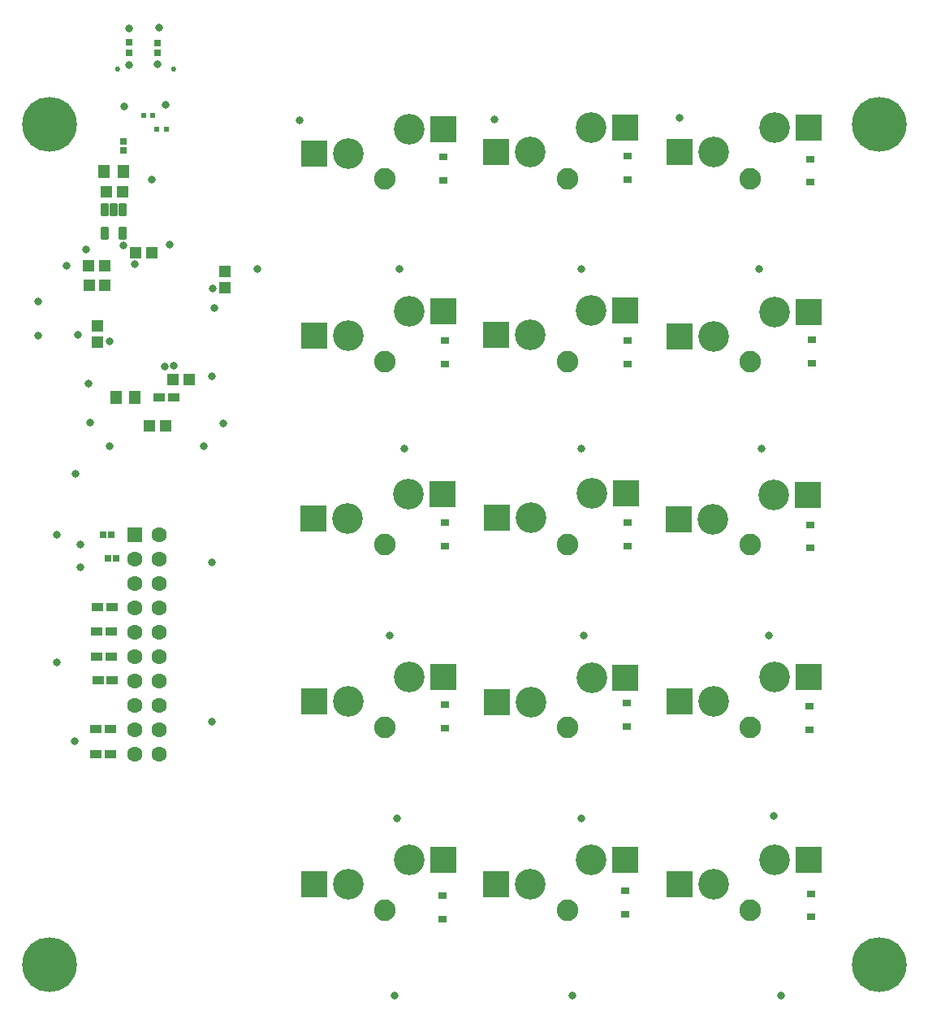
<source format=gbs>
G04*
G04 #@! TF.GenerationSoftware,Altium Limited,Altium Designer,25.8.1 (18)*
G04*
G04 Layer_Color=16711935*
%FSLAX44Y44*%
%MOMM*%
G71*
G04*
G04 #@! TF.SameCoordinates,A7F0D30D-4BDE-4CBF-861C-FF898D1F1918*
G04*
G04*
G04 #@! TF.FilePolarity,Negative*
G04*
G01*
G75*
%ADD32R,1.3032X1.2032*%
%ADD34R,1.2032X0.9532*%
%ADD36C,0.5282*%
%ADD37C,1.6080*%
%ADD38C,5.7032*%
%ADD39R,1.6080X1.6080*%
%ADD40C,2.2482*%
%ADD41C,3.2032*%
%ADD42C,0.8032*%
%ADD43C,0.6032*%
%ADD64R,0.7632X0.8032*%
%ADD65R,1.1532X1.2332*%
G04:AMPARAMS|DCode=66|XSize=0.8732mm|YSize=1.3732mm|CornerRadius=0.1418mm|HoleSize=0mm|Usage=FLASHONLY|Rotation=0.000|XOffset=0mm|YOffset=0mm|HoleType=Round|Shape=RoundedRectangle|*
%AMROUNDEDRECTD66*
21,1,0.8732,1.0896,0,0,0.0*
21,1,0.5896,1.3732,0,0,0.0*
1,1,0.2836,0.2948,-0.5448*
1,1,0.2836,-0.2948,-0.5448*
1,1,0.2836,-0.2948,0.5448*
1,1,0.2836,0.2948,0.5448*
%
%ADD66ROUNDEDRECTD66*%
%ADD67R,1.2032X1.4032*%
%ADD68R,0.7032X0.7032*%
%ADD69R,0.7032X0.6782*%
%ADD70R,1.2032X1.3032*%
%ADD71R,2.7532X2.7032*%
%ADD72R,0.8932X0.7632*%
D32*
X466090Y600987D02*
D03*
X449090D02*
D03*
X451590Y781814D02*
D03*
X434590D02*
D03*
X491090Y649064D02*
D03*
X474090D02*
D03*
X404334Y845127D02*
D03*
X421334D02*
D03*
X385864Y767897D02*
D03*
X402864D02*
D03*
D34*
X410000Y412000D02*
D03*
X395000D02*
D03*
X410500Y336000D02*
D03*
X395500D02*
D03*
X409500Y387000D02*
D03*
X394500D02*
D03*
X474205Y630918D02*
D03*
X459205D02*
D03*
X393500Y259000D02*
D03*
Y285000D02*
D03*
X394500Y361000D02*
D03*
X408500Y285000D02*
D03*
Y259000D02*
D03*
X409500Y361000D02*
D03*
D36*
X474240Y973034D02*
D03*
X416440D02*
D03*
D37*
X459400Y259400D02*
D03*
Y284800D02*
D03*
Y310200D02*
D03*
Y335600D02*
D03*
Y361000D02*
D03*
Y386400D02*
D03*
Y411800D02*
D03*
Y437200D02*
D03*
Y462600D02*
D03*
X434000Y310200D02*
D03*
Y437200D02*
D03*
Y411800D02*
D03*
Y386400D02*
D03*
Y462600D02*
D03*
Y335600D02*
D03*
Y259400D02*
D03*
Y284800D02*
D03*
Y361000D02*
D03*
X459400Y488000D02*
D03*
D38*
X345000Y915000D02*
D03*
X1210000D02*
D03*
Y40000D02*
D03*
X345000D02*
D03*
D39*
X434000Y488000D02*
D03*
D40*
X694500Y859000D02*
D03*
X885000D02*
D03*
X1075500D02*
D03*
X694500Y668500D02*
D03*
X885000D02*
D03*
X1075500D02*
D03*
X694500Y478000D02*
D03*
X885000D02*
D03*
X1075500D02*
D03*
X694500Y287500D02*
D03*
X885000D02*
D03*
X1075500D02*
D03*
X694500Y97000D02*
D03*
X885000D02*
D03*
X1075500D02*
D03*
D41*
X1101250Y911700D02*
D03*
X1037750Y886300D02*
D03*
X910750Y530700D02*
D03*
X847250Y505300D02*
D03*
X720250Y720200D02*
D03*
X656750Y694800D02*
D03*
X910280Y339040D02*
D03*
X846780Y313640D02*
D03*
X909750Y721200D02*
D03*
X846250Y695800D02*
D03*
X1101500Y719900D02*
D03*
X1038000Y694500D02*
D03*
X720500Y149200D02*
D03*
X657000Y123800D02*
D03*
X720000Y910400D02*
D03*
X656500Y885000D02*
D03*
X719250Y529700D02*
D03*
X655750Y504300D02*
D03*
X910000Y148700D02*
D03*
X846500Y123300D02*
D03*
X720250Y339700D02*
D03*
X656750Y314300D02*
D03*
X1101250Y339200D02*
D03*
X1037750Y313800D02*
D03*
X1100000Y529400D02*
D03*
X1036500Y504000D02*
D03*
X909750Y911700D02*
D03*
X846250Y886300D02*
D03*
X1101250Y149200D02*
D03*
X1037750Y123800D02*
D03*
D42*
X514470Y292730D02*
D03*
X371000Y273000D02*
D03*
X514000Y459000D02*
D03*
X506000Y580000D02*
D03*
X408000D02*
D03*
X386000Y645000D02*
D03*
X374540Y696000D02*
D03*
X377000Y478000D02*
D03*
Y454000D02*
D03*
X371941Y551224D02*
D03*
X333000Y731000D02*
D03*
Y695000D02*
D03*
X353000Y488000D02*
D03*
Y355000D02*
D03*
X457840Y978314D02*
D03*
X451839Y858064D02*
D03*
X526487Y604171D02*
D03*
X407840Y689064D02*
D03*
X466339Y935314D02*
D03*
X474339Y663564D02*
D03*
X387237Y604421D02*
D03*
X422589Y934314D02*
D03*
X515589Y744064D02*
D03*
X421834Y789377D02*
D03*
X434339Y769314D02*
D03*
X465340Y663314D02*
D03*
X517095Y724028D02*
D03*
X427840Y977064D02*
D03*
X459000Y1016000D02*
D03*
X428000Y1015000D02*
D03*
X562000Y765000D02*
D03*
X514470Y652730D02*
D03*
X363000Y768000D02*
D03*
X470000Y790000D02*
D03*
X1002500Y922500D02*
D03*
X1100000Y195000D02*
D03*
X900000Y192500D02*
D03*
X707500D02*
D03*
X1085000Y765000D02*
D03*
X900000D02*
D03*
X710000D02*
D03*
X1107500Y7500D02*
D03*
X890000D02*
D03*
X705000D02*
D03*
X606035Y919217D02*
D03*
X1087500Y577500D02*
D03*
X900000D02*
D03*
X715000D02*
D03*
X383000Y785000D02*
D03*
X808750Y920750D02*
D03*
X1095000Y382500D02*
D03*
X902500D02*
D03*
X700000D02*
D03*
D43*
X467090Y910064D02*
D03*
X457090D02*
D03*
X442985Y924363D02*
D03*
X452985D02*
D03*
D64*
X405650Y463000D02*
D03*
X414350D02*
D03*
X400650Y488000D02*
D03*
X409350D02*
D03*
D65*
X386704Y747877D02*
D03*
X402464D02*
D03*
D66*
X412084Y826577D02*
D03*
X402684Y802177D02*
D03*
Y826577D02*
D03*
X421484D02*
D03*
Y802177D02*
D03*
D67*
X401834Y866127D02*
D03*
X421834D02*
D03*
X434270Y631000D02*
D03*
X414270D02*
D03*
D68*
X422340Y887814D02*
D03*
Y897814D02*
D03*
D69*
X427840Y1000434D02*
D03*
Y990194D02*
D03*
X457840Y1000184D02*
D03*
Y989944D02*
D03*
D70*
X394840Y705564D02*
D03*
Y688564D02*
D03*
X527589Y762064D02*
D03*
Y745064D02*
D03*
D71*
X1002250Y123800D02*
D03*
X1002250Y886300D02*
D03*
X1001000Y504000D02*
D03*
X1002250Y313800D02*
D03*
X1002500Y694500D02*
D03*
X620250Y504300D02*
D03*
X621500Y123800D02*
D03*
X621250Y694800D02*
D03*
X621250Y314300D02*
D03*
X621000Y885000D02*
D03*
X811000Y123300D02*
D03*
X811280Y313640D02*
D03*
X810750Y695800D02*
D03*
X811750Y505300D02*
D03*
X810750Y886300D02*
D03*
X1136750Y911700D02*
D03*
X946250Y530700D02*
D03*
X755750Y720200D02*
D03*
X945780Y339040D02*
D03*
X945250Y721200D02*
D03*
X1137000Y719900D02*
D03*
X756000Y149200D02*
D03*
X755500Y910400D02*
D03*
X754750Y529700D02*
D03*
X945500Y148700D02*
D03*
X755750Y339700D02*
D03*
X1136750Y339200D02*
D03*
X1135500Y529400D02*
D03*
X945250Y911700D02*
D03*
X1136750Y149200D02*
D03*
D72*
X947000Y288300D02*
D03*
X757500Y286300D02*
D03*
X1137500Y284300D02*
D03*
X1138500Y854800D02*
D03*
X755500Y856800D02*
D03*
X948000Y858000D02*
D03*
X945250Y92550D02*
D03*
X1139500Y89550D02*
D03*
X755000Y87550D02*
D03*
X757500Y665300D02*
D03*
X1140500Y666300D02*
D03*
X948000Y665300D02*
D03*
X1138500Y473800D02*
D03*
X757500Y475800D02*
D03*
X948000Y475800D02*
D03*
X757500Y500200D02*
D03*
X755500Y881200D02*
D03*
X1137500Y308700D02*
D03*
X1140500Y690700D02*
D03*
X1139500Y113950D02*
D03*
X948000Y689700D02*
D03*
X755000Y111950D02*
D03*
X757500Y689700D02*
D03*
X948000Y882400D02*
D03*
X1138500Y879200D02*
D03*
X945250Y116950D02*
D03*
X948000Y500200D02*
D03*
X1138500Y498200D02*
D03*
X757500Y310700D02*
D03*
X947000Y312700D02*
D03*
M02*

</source>
